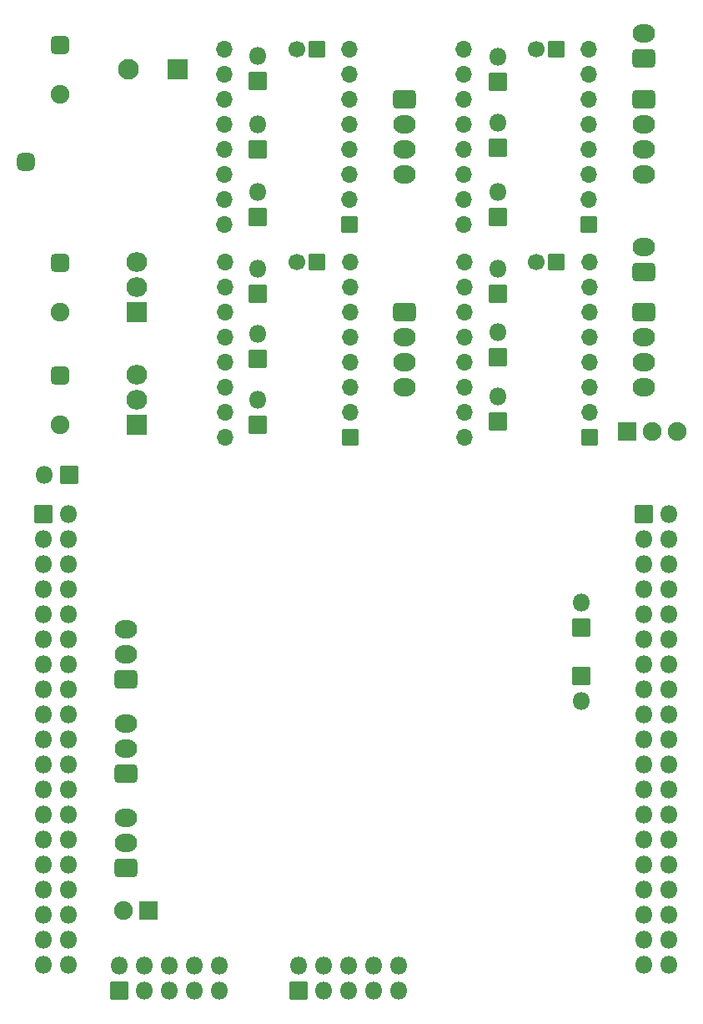
<source format=gbs>
%TF.GenerationSoftware,KiCad,Pcbnew,6.0.5-a6ca702e91~116~ubuntu20.04.1*%
%TF.CreationDate,2022-07-31T14:48:15+02:00*%
%TF.ProjectId,nucleo_expansion,6e75636c-656f-45f6-9578-70616e73696f,v1.0*%
%TF.SameCoordinates,Original*%
%TF.FileFunction,Soldermask,Bot*%
%TF.FilePolarity,Negative*%
%FSLAX46Y46*%
G04 Gerber Fmt 4.6, Leading zero omitted, Abs format (unit mm)*
G04 Created by KiCad (PCBNEW 6.0.5-a6ca702e91~116~ubuntu20.04.1) date 2022-07-31 14:48:15*
%MOMM*%
%LPD*%
G01*
G04 APERTURE LIST*
G04 Aperture macros list*
%AMRoundRect*
0 Rectangle with rounded corners*
0 $1 Rounding radius*
0 $2 $3 $4 $5 $6 $7 $8 $9 X,Y pos of 4 corners*
0 Add a 4 corners polygon primitive as box body*
4,1,4,$2,$3,$4,$5,$6,$7,$8,$9,$2,$3,0*
0 Add four circle primitives for the rounded corners*
1,1,$1+$1,$2,$3*
1,1,$1+$1,$4,$5*
1,1,$1+$1,$6,$7*
1,1,$1+$1,$8,$9*
0 Add four rect primitives between the rounded corners*
20,1,$1+$1,$2,$3,$4,$5,0*
20,1,$1+$1,$4,$5,$6,$7,0*
20,1,$1+$1,$6,$7,$8,$9,0*
20,1,$1+$1,$8,$9,$2,$3,0*%
G04 Aperture macros list end*
%ADD10O,2.290000X1.840000*%
%ADD11RoundRect,0.300000X0.845000X-0.620000X0.845000X0.620000X-0.845000X0.620000X-0.845000X-0.620000X0*%
%ADD12RoundRect,0.300000X-0.845000X0.620000X-0.845000X-0.620000X0.845000X-0.620000X0.845000X0.620000X0*%
%ADD13O,1.800000X1.800000*%
%ADD14RoundRect,0.050000X0.850000X0.850000X-0.850000X0.850000X-0.850000X-0.850000X0.850000X-0.850000X0*%
%ADD15O,1.700000X1.700000*%
%ADD16RoundRect,0.050000X0.800000X0.800000X-0.800000X0.800000X-0.800000X-0.800000X0.800000X-0.800000X0*%
%ADD17RoundRect,0.050000X-0.850000X-0.850000X0.850000X-0.850000X0.850000X0.850000X-0.850000X0.850000X0*%
%ADD18RoundRect,0.050000X0.900000X0.900000X-0.900000X0.900000X-0.900000X-0.900000X0.900000X-0.900000X0*%
%ADD19C,1.900000*%
%ADD20C,1.700000*%
%ADD21O,1.900000X1.900000*%
%ADD22RoundRect,0.050000X-0.900000X-0.900000X0.900000X-0.900000X0.900000X0.900000X-0.900000X0.900000X0*%
%ADD23O,2.100000X2.005000*%
%ADD24RoundRect,0.050000X1.000000X-0.952500X1.000000X0.952500X-1.000000X0.952500X-1.000000X-0.952500X0*%
%ADD25RoundRect,0.050000X0.850000X-0.850000X0.850000X0.850000X-0.850000X0.850000X-0.850000X-0.850000X0*%
%ADD26C,2.100000*%
%ADD27RoundRect,0.050000X1.000000X1.000000X-1.000000X1.000000X-1.000000X-1.000000X1.000000X-1.000000X0*%
%ADD28RoundRect,0.050000X-0.850000X0.850000X-0.850000X-0.850000X0.850000X-0.850000X0.850000X0.850000X0*%
%ADD29C,1.903400*%
%ADD30RoundRect,0.500850X-0.450850X0.450850X-0.450850X-0.450850X0.450850X-0.450850X0.450850X0.450850X0*%
%ADD31RoundRect,0.475000X0.425000X0.425000X-0.425000X0.425000X-0.425000X-0.425000X0.425000X-0.425000X0*%
G04 APERTURE END LIST*
D10*
X141605000Y-82924000D03*
X141605000Y-85464000D03*
D11*
X141605000Y-88004000D03*
D10*
X169926000Y-58420000D03*
X169926000Y-55880000D03*
X169926000Y-53340000D03*
D12*
X169926000Y-50800000D03*
D13*
X179370200Y-24856200D03*
D14*
X179370200Y-27396200D03*
D10*
X141605000Y-92516000D03*
X141605000Y-95056000D03*
D11*
X141605000Y-97596000D03*
D15*
X151590000Y-41903000D03*
X151590000Y-39363000D03*
X151590000Y-36823000D03*
X151590000Y-34283000D03*
X151590000Y-31743000D03*
X151590000Y-29203000D03*
X151590000Y-26663000D03*
X151590000Y-24123000D03*
X164290000Y-24123000D03*
X164290000Y-26663000D03*
X164290000Y-29203000D03*
X164290000Y-31743000D03*
X164290000Y-34283000D03*
X164290000Y-36823000D03*
X164290000Y-39363000D03*
D16*
X164290000Y-41903000D03*
D13*
X187833000Y-90276000D03*
D17*
X187833000Y-87736000D03*
D13*
X154973000Y-59695000D03*
D14*
X154973000Y-62235000D03*
D18*
X143896000Y-111506000D03*
D19*
X141356000Y-111506000D03*
D20*
X183311000Y-24087200D03*
D16*
X185311000Y-24087200D03*
D10*
X194201000Y-58420000D03*
X194201000Y-55880000D03*
X194201000Y-53340000D03*
D12*
X194201000Y-50800000D03*
D10*
X194221000Y-22503000D03*
D11*
X194221000Y-25043000D03*
D21*
X197612000Y-62859000D03*
X195072000Y-62859000D03*
D22*
X192532000Y-62859000D03*
D13*
X179390200Y-59307000D03*
D14*
X179390200Y-61847000D03*
D10*
X169926000Y-36823000D03*
X169926000Y-34283000D03*
X169926000Y-31743000D03*
D12*
X169926000Y-29203000D03*
D23*
X142748000Y-45720000D03*
X142748000Y-48260000D03*
D24*
X142748000Y-50800000D03*
D23*
X142748000Y-57150000D03*
X142748000Y-59690000D03*
D24*
X142748000Y-62230000D03*
D13*
X154973000Y-31748000D03*
D14*
X154973000Y-34288000D03*
D13*
X179390200Y-46353000D03*
D14*
X179390200Y-48893000D03*
D13*
X154973000Y-24763000D03*
D14*
X154973000Y-27303000D03*
D13*
X179370200Y-31592200D03*
D14*
X179370200Y-34132200D03*
D13*
X151135000Y-117099000D03*
X151135000Y-119639000D03*
X148595000Y-117099000D03*
X148595000Y-119639000D03*
X146055000Y-117099000D03*
X146055000Y-119639000D03*
X143515000Y-117099000D03*
X143515000Y-119639000D03*
X140975000Y-117099000D03*
D25*
X140975000Y-119639000D03*
D26*
X141893677Y-26154200D03*
D27*
X146893677Y-26154200D03*
D15*
X175961200Y-41867200D03*
X175961200Y-39327200D03*
X175961200Y-36787200D03*
X175961200Y-34247200D03*
X175961200Y-31707200D03*
X175961200Y-29167200D03*
X175961200Y-26627200D03*
X175961200Y-24087200D03*
X188661200Y-24087200D03*
X188661200Y-26627200D03*
X188661200Y-29167200D03*
X188661200Y-31707200D03*
X188661200Y-34247200D03*
X188661200Y-36787200D03*
X188661200Y-39327200D03*
D16*
X188661200Y-41867200D03*
D13*
X133300000Y-67310000D03*
D28*
X135840000Y-67310000D03*
D13*
X154973000Y-52959000D03*
D14*
X154973000Y-55499000D03*
D29*
X134917299Y-62190000D03*
D30*
X134917299Y-57190000D03*
D13*
X187833000Y-80269000D03*
D14*
X187833000Y-82809000D03*
D20*
X159036000Y-45720000D03*
D16*
X161036000Y-45720000D03*
D20*
X183311000Y-45713000D03*
D16*
X185311000Y-45713000D03*
D15*
X175971200Y-63493000D03*
X175971200Y-60953000D03*
X175971200Y-58413000D03*
X175971200Y-55873000D03*
X175971200Y-53333000D03*
X175971200Y-50793000D03*
X175971200Y-48253000D03*
X175971200Y-45713000D03*
X188671200Y-45713000D03*
X188671200Y-48253000D03*
X188671200Y-50793000D03*
X188671200Y-53333000D03*
X188671200Y-55873000D03*
X188671200Y-58413000D03*
X188671200Y-60953000D03*
D16*
X188671200Y-63493000D03*
D13*
X154973000Y-38606000D03*
D14*
X154973000Y-41146000D03*
D10*
X194201000Y-36823000D03*
X194201000Y-34283000D03*
X194201000Y-31743000D03*
D12*
X194201000Y-29203000D03*
D29*
X134917299Y-28662000D03*
D30*
X134917299Y-23662000D03*
D29*
X134917299Y-50760000D03*
D30*
X134917299Y-45760000D03*
D31*
X131453700Y-35528000D03*
D15*
X151671000Y-63500000D03*
X151671000Y-60960000D03*
X151671000Y-58420000D03*
X151671000Y-55880000D03*
X151671000Y-53340000D03*
X151671000Y-50800000D03*
X151671000Y-48260000D03*
X151671000Y-45720000D03*
X164371000Y-45720000D03*
X164371000Y-48260000D03*
X164371000Y-50800000D03*
X164371000Y-53340000D03*
X164371000Y-55880000D03*
X164371000Y-58420000D03*
X164371000Y-60960000D03*
D16*
X164371000Y-63500000D03*
D13*
X154973000Y-46355000D03*
D14*
X154973000Y-48895000D03*
D10*
X194201000Y-44196000D03*
D11*
X194201000Y-46736000D03*
D25*
X159131000Y-119634000D03*
D13*
X159131000Y-117094000D03*
X161671000Y-119634000D03*
X161671000Y-117094000D03*
X164211000Y-119634000D03*
X164211000Y-117094000D03*
X166751000Y-119634000D03*
X166751000Y-117094000D03*
X169291000Y-119634000D03*
X169291000Y-117094000D03*
D20*
X159036000Y-24087200D03*
D16*
X161036000Y-24087200D03*
D13*
X179390200Y-52830000D03*
D14*
X179390200Y-55370000D03*
D13*
X179370200Y-38577200D03*
D14*
X179370200Y-41117200D03*
D10*
X141605000Y-102108000D03*
X141605000Y-104648000D03*
D11*
X141605000Y-107188000D03*
D13*
X135790000Y-116960000D03*
X133250000Y-116960000D03*
X135790000Y-114420000D03*
X133250000Y-114420000D03*
X135790000Y-111880000D03*
X133250000Y-111880000D03*
X135790000Y-109340000D03*
X133250000Y-109340000D03*
X135790000Y-106800000D03*
X133250000Y-106800000D03*
X135790000Y-104260000D03*
X133250000Y-104260000D03*
X135790000Y-101720000D03*
X133250000Y-101720000D03*
X135790000Y-99180000D03*
X133250000Y-99180000D03*
X135790000Y-96640000D03*
X133250000Y-96640000D03*
X135790000Y-94100000D03*
X133250000Y-94100000D03*
X135790000Y-91560000D03*
X133250000Y-91560000D03*
X135790000Y-89020000D03*
X133250000Y-89020000D03*
X135790000Y-86480000D03*
X133250000Y-86480000D03*
X135790000Y-83940000D03*
X133250000Y-83940000D03*
X135790000Y-81400000D03*
X133250000Y-81400000D03*
X135790000Y-78860000D03*
X133250000Y-78860000D03*
X135790000Y-76320000D03*
X133250000Y-76320000D03*
X135790000Y-73780000D03*
X133250000Y-73780000D03*
X135790000Y-71240000D03*
D14*
X133250000Y-71240000D03*
X194210000Y-71240000D03*
D13*
X196750000Y-71240000D03*
X194210000Y-73780000D03*
X196750000Y-73780000D03*
X194210000Y-76320000D03*
X196750000Y-76320000D03*
X194210000Y-78860000D03*
X196750000Y-78860000D03*
X194210000Y-81400000D03*
X196750000Y-81400000D03*
X194210000Y-83940000D03*
X196750000Y-83940000D03*
X194210000Y-86480000D03*
X196750000Y-86480000D03*
X194210000Y-89020000D03*
X196750000Y-89020000D03*
X194210000Y-91560000D03*
X196750000Y-91560000D03*
X194210000Y-94100000D03*
X196750000Y-94100000D03*
X194210000Y-96640000D03*
X196750000Y-96640000D03*
X194210000Y-99180000D03*
X196750000Y-99180000D03*
X194210000Y-101720000D03*
X196750000Y-101720000D03*
X194210000Y-104260000D03*
X196750000Y-104260000D03*
X194210000Y-106800000D03*
X196750000Y-106800000D03*
X194210000Y-109340000D03*
X196750000Y-109340000D03*
X194210000Y-111880000D03*
X196750000Y-111880000D03*
X194210000Y-114420000D03*
X196750000Y-114420000D03*
X194210000Y-116960000D03*
X196750000Y-116960000D03*
M02*

</source>
